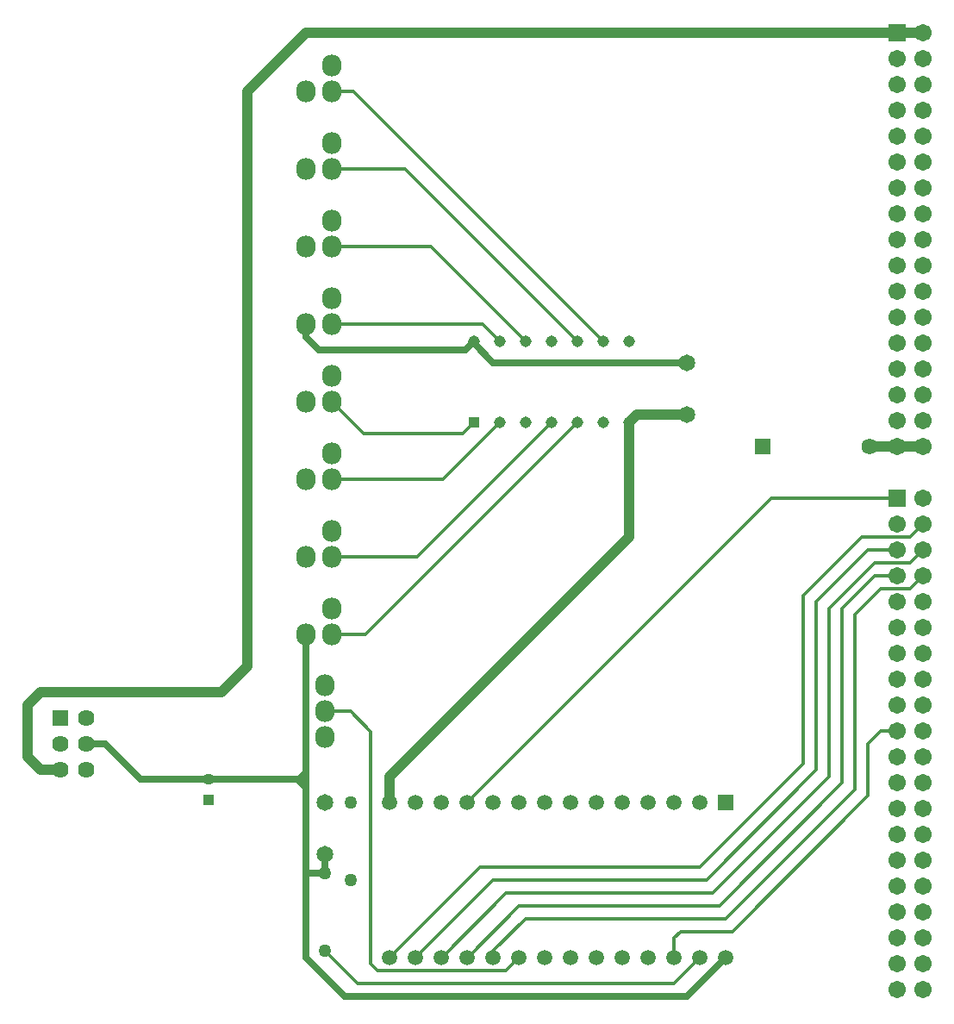
<source format=gbr>
G04 DipTrace 4.3.0.5*
G04 2 - Bottom.gbr*
%MOMM*%
G04 #@! TF.FileFunction,Copper,L2,Bot*
G04 #@! TF.Part,Single*
G04 #@! TA.AperFunction,Conductor*
%ADD16C,0.6604*%
%ADD17C,0.3302*%
%ADD18C,1.0*%
G04 #@! TA.AperFunction,CopperBalancing*
%ADD19C,0.381*%
G04 #@! TA.AperFunction,ComponentPad*
%ADD22R,1.1X1.1*%
%ADD23C,1.1*%
%ADD24C,1.65*%
%ADD25R,1.59X1.59*%
%ADD26C,1.59*%
%ADD27R,1.71X1.71*%
%ADD28C,1.71*%
%ADD29R,1.62X1.62*%
%ADD30C,1.62*%
%ADD31O,1.905X2.159*%
%ADD32C,1.27*%
%ADD33C,1.27*%
%ADD34R,1.14X1.14*%
%ADD35C,1.14*%
%ADD36R,1.5X1.5*%
%ADD37C,1.5*%
%FSLAX35Y35*%
G04*
G71*
G90*
G75*
G01*
G04 Bottom*
%LPD*%
X-6345300Y1838193D2*
D16*
Y1709800D1*
X-6223000Y1587500D1*
X-4778500D1*
X-4699000Y1667000D1*
X-6345300Y-1209800D2*
Y-3556000D1*
Y-4386200D1*
X-5969000Y-4762500D1*
X-2605500D1*
X-2222500Y-4379500D1*
X-4699000Y1667000D2*
Y1651000D1*
X-4508500Y1460500D1*
X-2603510D1*
X-6159500Y-3556000D2*
X-6345300D1*
X-8509000Y-2286000D2*
X-8318500D1*
X-7974000Y-2630500D1*
X-7302500D1*
X-6345300D1*
Y-1209800D1*
X-6159500Y-3365500D2*
Y-3556000D1*
X-7302500Y-2630500D2*
D3*
X-2730500Y-4379500D2*
D17*
Y-4191000D1*
X-2667000Y-4127500D1*
X-2159000D1*
X-825500Y-2794000D1*
Y-2286000D1*
X-698500Y-2159000D1*
X-539750D1*
X-4762500Y-2859500D2*
Y-2857500D1*
X-1778000Y127000D1*
X-539750D1*
X-5524500Y-4379500D2*
X-4637500Y-3492500D1*
X-2476500D1*
X-1460500Y-2476500D1*
Y-825500D1*
X-889000Y-254000D1*
X-412750D1*
X-285750Y-127000D1*
X-5270500Y-4379500D2*
X-4510500Y-3619500D1*
X-2413000D1*
X-1333500Y-2540000D1*
Y-889000D1*
X-825500Y-381000D1*
X-539750D1*
X-5016500Y-4379500D2*
X-5014500D1*
X-4381500Y-3746500D1*
X-2349500D1*
X-1206500Y-2603500D1*
Y-952500D1*
X-762000Y-508000D1*
X-412750D1*
X-285750Y-381000D1*
X-4762500Y-4379500D2*
X-4760500D1*
X-4254500Y-3873500D1*
X-2286000D1*
X-1079500Y-2667000D1*
Y-952500D1*
X-762000Y-635000D1*
X-539750D1*
X-4508500Y-4379500D2*
Y-4318000D1*
X-4191000Y-4000500D1*
X-2222500D1*
X-952500Y-2730500D1*
Y-1016000D1*
X-698500Y-762000D1*
X-412750D1*
X-285750Y-635000D1*
Y635000D2*
D18*
X-539750D1*
X-809500D1*
X-6091327Y1076197D2*
D17*
X-5777130Y762000D1*
X-4810000D1*
X-4699000Y873000D1*
X-6091327Y4124197D2*
X-5886197D1*
X-3429000Y1667000D1*
X-6091327Y3362197D2*
X-5378197D1*
X-3683000Y1667000D1*
X-6091327Y2600197D2*
X-5124197D1*
X-4191000Y1667000D1*
X-6091327Y1838197D2*
X-4616197D1*
X-4445000Y1667000D1*
X-6164173Y-1965197D2*
X-5912047D1*
X-5715000Y-2162243D1*
Y-4438453D1*
X-5644953Y-4508500D1*
X-4383500D1*
X-4254500Y-4379500D1*
X-2603490Y952500D2*
D18*
X-3095500D1*
X-3175000Y873000D1*
X-5524500Y-2859500D2*
Y-2603500D1*
X-3175000Y-254000D1*
Y873000D1*
X-285750Y4699000D2*
X-539750D1*
X-6350000D1*
X-6921500Y4127500D1*
Y-1524000D1*
X-7175500Y-1778000D1*
X-8953500D1*
X-9080500Y-1905000D1*
Y-2413000D1*
X-8953500Y-2540000D1*
X-8763000D1*
X-6091327Y314197D2*
D17*
X-5003803D1*
X-4445000Y873000D1*
X-6091327Y-447803D2*
X-5257803D1*
X-3937000Y873000D1*
X-6091327Y-1209803D2*
X-5765803D1*
X-3683000Y873000D1*
X-6159500Y-4318000D2*
X-5842000Y-4635500D1*
X-2732500D1*
X-2476500Y-4379500D1*
X-6413850Y-2602833D2*
D19*
X-6372880D1*
X-6422370Y-2640600D2*
X-6372880D1*
X-6403137Y-2678367D2*
X-6372880D1*
X-6426200Y-2611390D2*
Y-2659103D1*
X-6369057Y-2716253D1*
X-6369050Y-2554257D1*
X-6426193Y-2611383D1*
D22*
X-7302500Y-2830500D3*
D23*
Y-2630500D3*
D24*
X-2603492Y952500D3*
X-2603508Y1460500D3*
X-6159500Y-2857500D3*
Y-3365500D3*
D25*
X-1857500Y635000D3*
D26*
X-809500D3*
D27*
X-539750Y127000D3*
D28*
X-285750D3*
X-539750Y-127000D3*
X-285750D3*
X-539750Y-381000D3*
X-285750D3*
X-539750Y-635000D3*
X-285750D3*
X-539750Y-889000D3*
X-285750D3*
X-539750Y-1143000D3*
X-285750D3*
X-539750Y-1397000D3*
X-285750D3*
X-539750Y-1651000D3*
X-285750D3*
X-539750Y-1905000D3*
X-285750D3*
X-539750Y-2159000D3*
X-285750D3*
X-539750Y-2413000D3*
X-285750D3*
X-539750Y-2667000D3*
X-285750D3*
X-539750Y-2921000D3*
X-285750D3*
X-539750Y-3175000D3*
X-285750D3*
X-539750Y-3429000D3*
X-285750D3*
X-539750Y-3683000D3*
X-285750D3*
X-539750Y-3937000D3*
X-285750D3*
X-539750Y-4191000D3*
X-285750D3*
X-539750Y-4445000D3*
X-285750D3*
X-539750Y-4699000D3*
X-285750D3*
D27*
X-539750Y4699000D3*
D28*
X-285750D3*
X-539750Y4445000D3*
X-285750D3*
X-539750Y4191000D3*
X-285750D3*
X-539750Y3937000D3*
X-285750D3*
X-539750Y3683000D3*
X-285750D3*
X-539750Y3429000D3*
X-285750D3*
X-539750Y3175000D3*
X-285750D3*
X-539750Y2921000D3*
X-285750D3*
X-539750Y2667000D3*
X-285750D3*
X-539750Y2413000D3*
X-285750D3*
X-539750Y2159000D3*
X-285750D3*
X-539750Y1905000D3*
X-285750D3*
X-539750Y1651000D3*
X-285750D3*
X-539750Y1397000D3*
X-285750D3*
X-539750Y1143000D3*
X-285750D3*
X-539750Y889000D3*
X-285750D3*
X-539750Y635000D3*
X-285750D3*
D29*
X-8763000Y-2032000D3*
D30*
X-8509000D3*
X-8763000Y-2286000D3*
X-8509000D3*
X-8763000Y-2540000D3*
X-8509000D3*
D31*
X-6164173Y-2219197D3*
X-6164170Y-1711200D3*
X-6164173Y-1965197D3*
X-6091327Y4378197D3*
X-6345300Y4124200D3*
X-6091327Y4124197D3*
Y3616197D3*
X-6345300Y3362200D3*
X-6091327Y3362197D3*
Y2854197D3*
X-6345300Y2600200D3*
X-6091327Y2600197D3*
X-6091333Y2092196D3*
X-6345300Y1838193D3*
X-6091327Y1838196D3*
Y1330197D3*
X-6345300Y1076200D3*
X-6091327Y1076197D3*
Y568197D3*
X-6345300Y314200D3*
X-6091327Y314197D3*
Y-193803D3*
X-6345300Y-447800D3*
X-6091327Y-447803D3*
Y-955803D3*
X-6345300Y-1209800D3*
X-6091327Y-1209803D3*
D32*
X-6159507Y-3556000D3*
D33*
X-6159493Y-4318000D3*
D32*
X-5905507Y-2857500D3*
D33*
X-5905493Y-3619500D3*
D34*
X-4699000Y873000D3*
D35*
X-4445000D3*
X-4191000D3*
X-3937000D3*
X-3683000D3*
X-3429000D3*
X-3175000D3*
Y1667000D3*
X-3429000D3*
X-3683000D3*
X-3937000D3*
X-4191000D3*
X-4445000D3*
X-4699000D3*
D36*
X-2222500Y-2859500D3*
D37*
X-2476500D3*
X-2730500D3*
X-2984500D3*
X-3238500D3*
X-3492500D3*
X-3746500D3*
X-4000500D3*
X-4254500D3*
X-4508500D3*
X-4762500D3*
X-5016500D3*
X-5270500D3*
X-5524500D3*
Y-4379500D3*
X-5270500D3*
X-5016500D3*
X-4762500D3*
X-4508500D3*
X-4254500D3*
X-4000500D3*
X-3746500D3*
X-3492500D3*
X-3238500D3*
X-2984500D3*
X-2730500D3*
X-2476500D3*
X-2222500D3*
M02*

</source>
